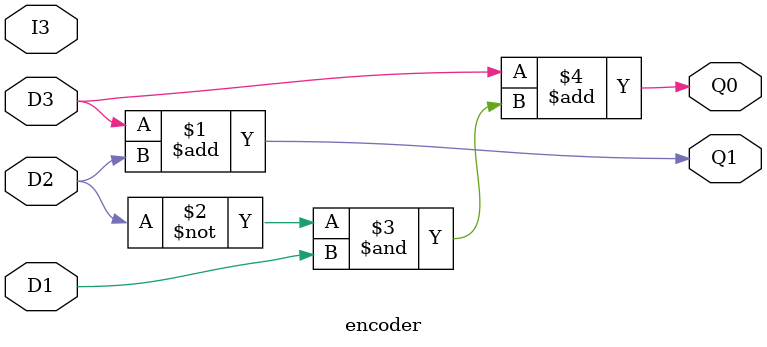
<source format=v>
`timescale 1ns / 1ps
module encoder(
    input I3,
    input D1,
    input D2,
    input D3,
    output Q0,
    output Q1
    );
	 
assign Q1 = D3 + D2;
assign Q0 = D3 + ((~D2)&D1);

endmodule

</source>
